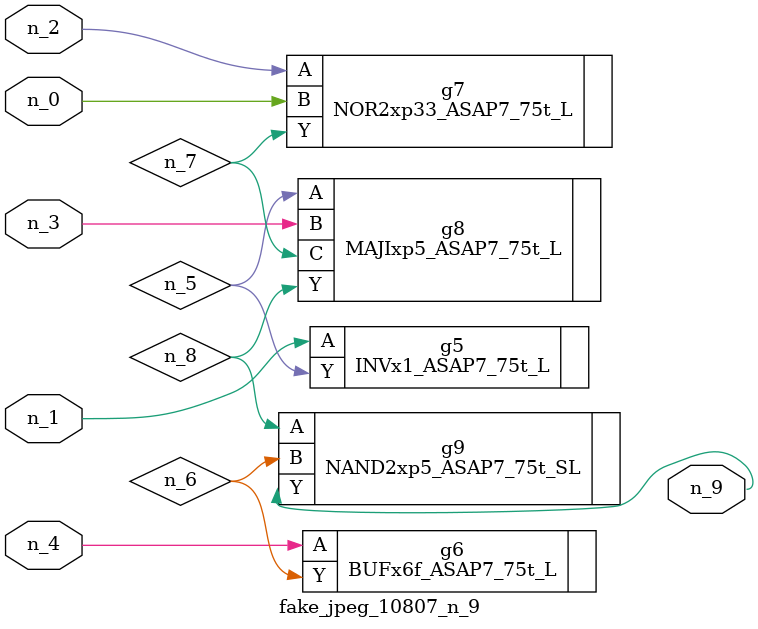
<source format=v>
module fake_jpeg_10807_n_9 (n_3, n_2, n_1, n_0, n_4, n_9);

input n_3;
input n_2;
input n_1;
input n_0;
input n_4;

output n_9;

wire n_8;
wire n_6;
wire n_5;
wire n_7;

INVx1_ASAP7_75t_L g5 ( 
.A(n_1),
.Y(n_5)
);

BUFx6f_ASAP7_75t_L g6 ( 
.A(n_4),
.Y(n_6)
);

NOR2xp33_ASAP7_75t_L g7 ( 
.A(n_2),
.B(n_0),
.Y(n_7)
);

MAJIxp5_ASAP7_75t_L g8 ( 
.A(n_5),
.B(n_3),
.C(n_7),
.Y(n_8)
);

NAND2xp5_ASAP7_75t_SL g9 ( 
.A(n_8),
.B(n_6),
.Y(n_9)
);


endmodule
</source>
